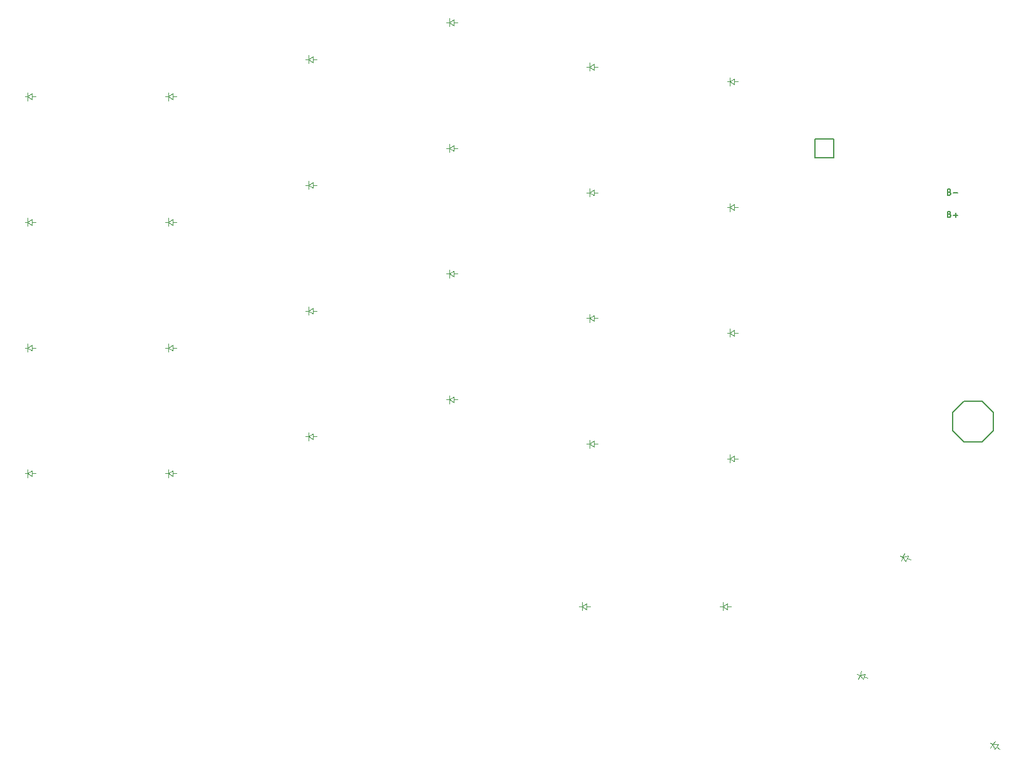
<source format=gbr>
%TF.GenerationSoftware,KiCad,Pcbnew,(6.0.9-0)*%
%TF.CreationDate,2023-01-10T21:03:56-06:00*%
%TF.ProjectId,board,626f6172-642e-46b6-9963-61645f706362,v1.0.0*%
%TF.SameCoordinates,Original*%
%TF.FileFunction,Legend,Top*%
%TF.FilePolarity,Positive*%
%FSLAX46Y46*%
G04 Gerber Fmt 4.6, Leading zero omitted, Abs format (unit mm)*
G04 Created by KiCad (PCBNEW (6.0.9-0)) date 2023-01-10 21:03:56*
%MOMM*%
%LPD*%
G01*
G04 APERTURE LIST*
%ADD10C,0.150000*%
%ADD11C,0.100000*%
G04 APERTURE END LIST*
D10*
%TO.C,MCU1*%
%TO.C,PAD1*%
X149076904Y-52992859D02*
X149191190Y-53030954D01*
X149229285Y-53069049D01*
X149267380Y-53145240D01*
X149267380Y-53259525D01*
X149229285Y-53335716D01*
X149191190Y-53373811D01*
X149115000Y-53411906D01*
X148810238Y-53411906D01*
X148810238Y-52611906D01*
X149076904Y-52611906D01*
X149153095Y-52650002D01*
X149191190Y-52688097D01*
X149229285Y-52764287D01*
X149229285Y-52840478D01*
X149191190Y-52916668D01*
X149153095Y-52954763D01*
X149076904Y-52992859D01*
X148810238Y-52992859D01*
X149610238Y-53107144D02*
X150219761Y-53107144D01*
X149915000Y-53411906D02*
X149915000Y-52802382D01*
%TO.C,PAD2*%
X149076904Y-49992858D02*
X149191190Y-50030953D01*
X149229285Y-50069048D01*
X149267380Y-50145239D01*
X149267380Y-50259524D01*
X149229285Y-50335715D01*
X149191190Y-50373810D01*
X149115000Y-50411905D01*
X148810238Y-50411905D01*
X148810238Y-49611905D01*
X149076904Y-49611905D01*
X149153095Y-49650001D01*
X149191190Y-49688096D01*
X149229285Y-49764286D01*
X149229285Y-49840477D01*
X149191190Y-49916667D01*
X149153095Y-49954762D01*
X149076904Y-49992858D01*
X148810238Y-49992858D01*
X149610238Y-50107143D02*
X150219761Y-50107143D01*
D11*
%TO.C,D1*%
X25015000Y-88050001D02*
X25515000Y-88050001D01*
X25015000Y-88450001D02*
X24415000Y-88050001D01*
X25015000Y-87650001D02*
X25015000Y-88450001D01*
X24415000Y-88050001D02*
X25015000Y-87650001D01*
X24415000Y-88050001D02*
X24415000Y-88600001D01*
X24415000Y-88050001D02*
X24415000Y-87500001D01*
X24015000Y-88050001D02*
X24415000Y-88050001D01*
%TO.C,D2*%
X25015001Y-71050000D02*
X25515001Y-71050000D01*
X25015001Y-71450000D02*
X24415001Y-71050000D01*
X25015001Y-70650000D02*
X25015001Y-71450000D01*
X24415001Y-71050000D02*
X25015001Y-70650000D01*
X24415001Y-71050000D02*
X24415001Y-71600000D01*
X24415001Y-71050000D02*
X24415001Y-70500000D01*
X24015001Y-71050000D02*
X24415001Y-71050000D01*
%TO.C,D3*%
X25014999Y-54050001D02*
X25514999Y-54050001D01*
X25014999Y-54450001D02*
X24414999Y-54050001D01*
X25014999Y-53650001D02*
X25014999Y-54450001D01*
X24414999Y-54050001D02*
X25014999Y-53650001D01*
X24414999Y-54050001D02*
X24414999Y-54600001D01*
X24414999Y-54050001D02*
X24414999Y-53500001D01*
X24014999Y-54050001D02*
X24414999Y-54050001D01*
%TO.C,D4*%
X25015000Y-37050001D02*
X25515000Y-37050001D01*
X25015000Y-37450001D02*
X24415000Y-37050001D01*
X25015000Y-36650001D02*
X25015000Y-37450001D01*
X24415000Y-37050001D02*
X25015000Y-36650001D01*
X24415000Y-37050001D02*
X24415000Y-37600001D01*
X24415000Y-37050001D02*
X24415000Y-36500001D01*
X24015000Y-37050001D02*
X24415000Y-37050001D01*
%TO.C,D5*%
X44015001Y-88050001D02*
X44515001Y-88050001D01*
X44015001Y-88450001D02*
X43415001Y-88050001D01*
X44015001Y-87650001D02*
X44015001Y-88450001D01*
X43415001Y-88050001D02*
X44015001Y-87650001D01*
X43415001Y-88050001D02*
X43415001Y-88600001D01*
X43415001Y-88050001D02*
X43415001Y-87500001D01*
X43015001Y-88050001D02*
X43415001Y-88050001D01*
%TO.C,D6*%
X44015000Y-71050001D02*
X44515000Y-71050001D01*
X44015000Y-71450001D02*
X43415000Y-71050001D01*
X44015000Y-70650001D02*
X44015000Y-71450001D01*
X43415000Y-71050001D02*
X44015000Y-70650001D01*
X43415000Y-71050001D02*
X43415000Y-71600001D01*
X43415000Y-71050001D02*
X43415000Y-70500001D01*
X43015000Y-71050001D02*
X43415000Y-71050001D01*
%TO.C,D7*%
X44015000Y-54050000D02*
X44515000Y-54050000D01*
X44015000Y-54450000D02*
X43415000Y-54050000D01*
X44015000Y-53650000D02*
X44015000Y-54450000D01*
X43415000Y-54050000D02*
X44015000Y-53650000D01*
X43415000Y-54050000D02*
X43415000Y-54600000D01*
X43415000Y-54050000D02*
X43415000Y-53500000D01*
X43015000Y-54050000D02*
X43415000Y-54050000D01*
%TO.C,D8*%
X44015000Y-37050000D02*
X44515000Y-37050000D01*
X44015000Y-37450000D02*
X43415000Y-37050000D01*
X44015000Y-36650000D02*
X44015000Y-37450000D01*
X43415000Y-37050000D02*
X44015000Y-36650000D01*
X43415000Y-37050000D02*
X43415000Y-37600000D01*
X43415000Y-37050000D02*
X43415000Y-36500000D01*
X43015000Y-37050000D02*
X43415000Y-37050000D01*
%TO.C,D9*%
X63015000Y-83050002D02*
X63515000Y-83050002D01*
X63015000Y-83450002D02*
X62415000Y-83050002D01*
X63015000Y-82650002D02*
X63015000Y-83450002D01*
X62415000Y-83050002D02*
X63015000Y-82650002D01*
X62415000Y-83050002D02*
X62415000Y-83600002D01*
X62415000Y-83050002D02*
X62415000Y-82500002D01*
X62015000Y-83050002D02*
X62415000Y-83050002D01*
%TO.C,D10*%
X63015000Y-66050002D02*
X63515000Y-66050002D01*
X63015000Y-66450002D02*
X62415000Y-66050002D01*
X63015000Y-65650002D02*
X63015000Y-66450002D01*
X62415000Y-66050002D02*
X63015000Y-65650002D01*
X62415000Y-66050002D02*
X62415000Y-66600002D01*
X62415000Y-66050002D02*
X62415000Y-65500002D01*
X62015000Y-66050002D02*
X62415000Y-66050002D01*
%TO.C,D11*%
X63015000Y-49050002D02*
X63515000Y-49050002D01*
X63015000Y-49450002D02*
X62415000Y-49050002D01*
X63015000Y-48650002D02*
X63015000Y-49450002D01*
X62415000Y-49050002D02*
X63015000Y-48650002D01*
X62415000Y-49050002D02*
X62415000Y-49600002D01*
X62415000Y-49050002D02*
X62415000Y-48500002D01*
X62015000Y-49050002D02*
X62415000Y-49050002D01*
%TO.C,D12*%
X63015000Y-32050000D02*
X63515000Y-32050000D01*
X63015000Y-32450000D02*
X62415000Y-32050000D01*
X63015000Y-31650000D02*
X63015000Y-32450000D01*
X62415000Y-32050000D02*
X63015000Y-31650000D01*
X62415000Y-32050000D02*
X62415000Y-32600000D01*
X62415000Y-32050000D02*
X62415000Y-31500000D01*
X62015000Y-32050000D02*
X62415000Y-32050000D01*
%TO.C,D13*%
X82015000Y-78050000D02*
X82515000Y-78050000D01*
X82015000Y-78450000D02*
X81415000Y-78050000D01*
X82015000Y-77650000D02*
X82015000Y-78450000D01*
X81415000Y-78050000D02*
X82015000Y-77650000D01*
X81415000Y-78050000D02*
X81415000Y-78600000D01*
X81415000Y-78050000D02*
X81415000Y-77500000D01*
X81015000Y-78050000D02*
X81415000Y-78050000D01*
%TO.C,D14*%
X82014999Y-61050001D02*
X82514999Y-61050001D01*
X82014999Y-61450001D02*
X81414999Y-61050001D01*
X82014999Y-60650001D02*
X82014999Y-61450001D01*
X81414999Y-61050001D02*
X82014999Y-60650001D01*
X81414999Y-61050001D02*
X81414999Y-61600001D01*
X81414999Y-61050001D02*
X81414999Y-60500001D01*
X81014999Y-61050001D02*
X81414999Y-61050001D01*
%TO.C,D15*%
X82015001Y-44050000D02*
X82515001Y-44050000D01*
X82015001Y-44450000D02*
X81415001Y-44050000D01*
X82015001Y-43650000D02*
X82015001Y-44450000D01*
X81415001Y-44050000D02*
X82015001Y-43650000D01*
X81415001Y-44050000D02*
X81415001Y-44600000D01*
X81415001Y-44050000D02*
X81415001Y-43500000D01*
X81015001Y-44050000D02*
X81415001Y-44050000D01*
%TO.C,D16*%
X82015001Y-27050000D02*
X82515001Y-27050000D01*
X82015001Y-27450000D02*
X81415001Y-27050000D01*
X82015001Y-26650000D02*
X82015001Y-27450000D01*
X81415001Y-27050000D02*
X82015001Y-26650000D01*
X81415001Y-27050000D02*
X81415001Y-27600000D01*
X81415001Y-27050000D02*
X81415001Y-26500000D01*
X81015001Y-27050000D02*
X81415001Y-27050000D01*
%TO.C,D17*%
X101015000Y-84050000D02*
X101515000Y-84050000D01*
X101015000Y-84450000D02*
X100415000Y-84050000D01*
X101015000Y-83650000D02*
X101015000Y-84450000D01*
X100415000Y-84050000D02*
X101015000Y-83650000D01*
X100415000Y-84050000D02*
X100415000Y-84600000D01*
X100415000Y-84050000D02*
X100415000Y-83500000D01*
X100015000Y-84050000D02*
X100415000Y-84050000D01*
%TO.C,D18*%
X101015001Y-67050001D02*
X101515001Y-67050001D01*
X101015001Y-67450001D02*
X100415001Y-67050001D01*
X101015001Y-66650001D02*
X101015001Y-67450001D01*
X100415001Y-67050001D02*
X101015001Y-66650001D01*
X100415001Y-67050001D02*
X100415001Y-67600001D01*
X100415001Y-67050001D02*
X100415001Y-66500001D01*
X100015001Y-67050001D02*
X100415001Y-67050001D01*
%TO.C,D19*%
X101014999Y-50050001D02*
X101514999Y-50050001D01*
X101014999Y-50450001D02*
X100414999Y-50050001D01*
X101014999Y-49650001D02*
X101014999Y-50450001D01*
X100414999Y-50050001D02*
X101014999Y-49650001D01*
X100414999Y-50050001D02*
X100414999Y-50600001D01*
X100414999Y-50050001D02*
X100414999Y-49500001D01*
X100014999Y-50050001D02*
X100414999Y-50050001D01*
%TO.C,D20*%
X101015000Y-33050001D02*
X101515000Y-33050001D01*
X101015000Y-33450001D02*
X100415000Y-33050001D01*
X101015000Y-32650001D02*
X101015000Y-33450001D01*
X100415000Y-33050001D02*
X101015000Y-32650001D01*
X100415000Y-33050001D02*
X100415000Y-33600001D01*
X100415000Y-33050001D02*
X100415000Y-32500001D01*
X100015000Y-33050001D02*
X100415000Y-33050001D01*
%TO.C,D21*%
X120014999Y-86050002D02*
X120514999Y-86050002D01*
X120014999Y-86450002D02*
X119414999Y-86050002D01*
X120014999Y-85650002D02*
X120014999Y-86450002D01*
X119414999Y-86050002D02*
X120014999Y-85650002D01*
X119414999Y-86050002D02*
X119414999Y-86600002D01*
X119414999Y-86050002D02*
X119414999Y-85500002D01*
X119014999Y-86050002D02*
X119414999Y-86050002D01*
%TO.C,D22*%
X120015000Y-69050001D02*
X120515000Y-69050001D01*
X120015000Y-69450001D02*
X119415000Y-69050001D01*
X120015000Y-68650001D02*
X120015000Y-69450001D01*
X119415000Y-69050001D02*
X120015000Y-68650001D01*
X119415000Y-69050001D02*
X119415000Y-69600001D01*
X119415000Y-69050001D02*
X119415000Y-68500001D01*
X119015000Y-69050001D02*
X119415000Y-69050001D01*
%TO.C,D23*%
X120015000Y-52050000D02*
X120515000Y-52050000D01*
X120015000Y-52450000D02*
X119415000Y-52050000D01*
X120015000Y-51650000D02*
X120015000Y-52450000D01*
X119415000Y-52050000D02*
X120015000Y-51650000D01*
X119415000Y-52050000D02*
X119415000Y-52600000D01*
X119415000Y-52050000D02*
X119415000Y-51500000D01*
X119015000Y-52050000D02*
X119415000Y-52050000D01*
%TO.C,D24*%
X120015000Y-35050000D02*
X120515000Y-35050000D01*
X120015000Y-35450000D02*
X119415000Y-35050000D01*
X120015000Y-34650000D02*
X120015000Y-35450000D01*
X119415000Y-35050000D02*
X120015000Y-34650000D01*
X119415000Y-35050000D02*
X119415000Y-35600000D01*
X119415000Y-35050000D02*
X119415000Y-34500000D01*
X119015000Y-35050000D02*
X119415000Y-35050000D01*
%TO.C,D25*%
X100015000Y-106050000D02*
X100515000Y-106050000D01*
X100015000Y-106450000D02*
X99415000Y-106050000D01*
X100015000Y-105650000D02*
X100015000Y-106450000D01*
X99415000Y-106050000D02*
X100015000Y-105650000D01*
X99415000Y-106050000D02*
X99415000Y-106600000D01*
X99415000Y-106050000D02*
X99415000Y-105500000D01*
X99015000Y-106050000D02*
X99415000Y-106050000D01*
%TO.C,D26*%
X119015001Y-106050000D02*
X119515001Y-106050000D01*
X119015001Y-106450000D02*
X118415001Y-106050000D01*
X119015001Y-105650000D02*
X119015001Y-106450000D01*
X118415001Y-106050000D02*
X119015001Y-105650000D01*
X118415001Y-106050000D02*
X118415001Y-106600000D01*
X118415001Y-106050000D02*
X118415001Y-105500000D01*
X118015001Y-106050000D02*
X118415001Y-106050000D01*
%TO.C,D27*%
X137535256Y-115531149D02*
X138005102Y-115702159D01*
X137398448Y-115907026D02*
X136971441Y-115325937D01*
X137672064Y-115155272D02*
X137398448Y-115907026D01*
X136971441Y-115325937D02*
X137672064Y-115155272D01*
X136971441Y-115325937D02*
X136783330Y-115842768D01*
X136971441Y-115325937D02*
X137159552Y-114809106D01*
X136595564Y-115189129D02*
X136971441Y-115325937D01*
%TO.C,D28*%
X143349599Y-99556374D02*
X143819445Y-99727384D01*
X143212791Y-99932251D02*
X142785784Y-99351162D01*
X143486407Y-99180497D02*
X143212791Y-99932251D01*
X142785784Y-99351162D02*
X143486407Y-99180497D01*
X142785784Y-99351162D02*
X142597673Y-99867993D01*
X142785784Y-99351162D02*
X142973895Y-98834331D01*
X142409907Y-99214354D02*
X142785784Y-99351162D01*
%TO.C,D29*%
X155452975Y-125042462D02*
X155862551Y-125329250D01*
X155223544Y-125370123D02*
X154961484Y-124698316D01*
X155682406Y-124714801D02*
X155223544Y-125370123D01*
X154961484Y-124698316D02*
X155682406Y-124714801D01*
X154961484Y-124698316D02*
X154646017Y-125148850D01*
X154961484Y-124698316D02*
X155276951Y-124247783D01*
X154633823Y-124468886D02*
X154961484Y-124698316D01*
D10*
%TO.C,MCU1*%
X133415000Y-42810001D02*
X133415000Y-45350001D01*
X133415000Y-42810001D02*
X130875000Y-42810001D01*
X133415000Y-45350001D02*
X130875000Y-45350001D01*
X130875000Y-45350001D02*
X130875000Y-42810001D01*
%TO.C,B1*%
X151015001Y-83800001D02*
X149515001Y-82300001D01*
X153515001Y-83800001D02*
X155015001Y-82300001D01*
X153515001Y-83800001D02*
X151015001Y-83800001D01*
X149515001Y-79800001D02*
X149515001Y-82300001D01*
X155015001Y-79800001D02*
X155015001Y-82300001D01*
X151015001Y-78300001D02*
X149515001Y-79800001D01*
X153515001Y-78300001D02*
X155015001Y-79800001D01*
X153515001Y-78300001D02*
X151015001Y-78300001D01*
%TD*%
M02*

</source>
